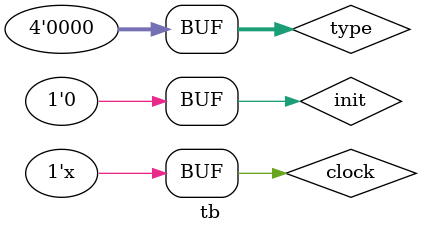
<source format=v>
`timescale 1ns / 1ps

module tb;
reg clock;
reg init;
reg [3:0] type;
wire [31:0] out;

prbs_generator ins0(.clock(clock),.init(init),.type(type),.out(out));


initial
begin
init = 1;
clock = 0;
type = 4'b0000;
#1

init = 0;

end

always #0.5 clock = ~clock;


endmodule
</source>
